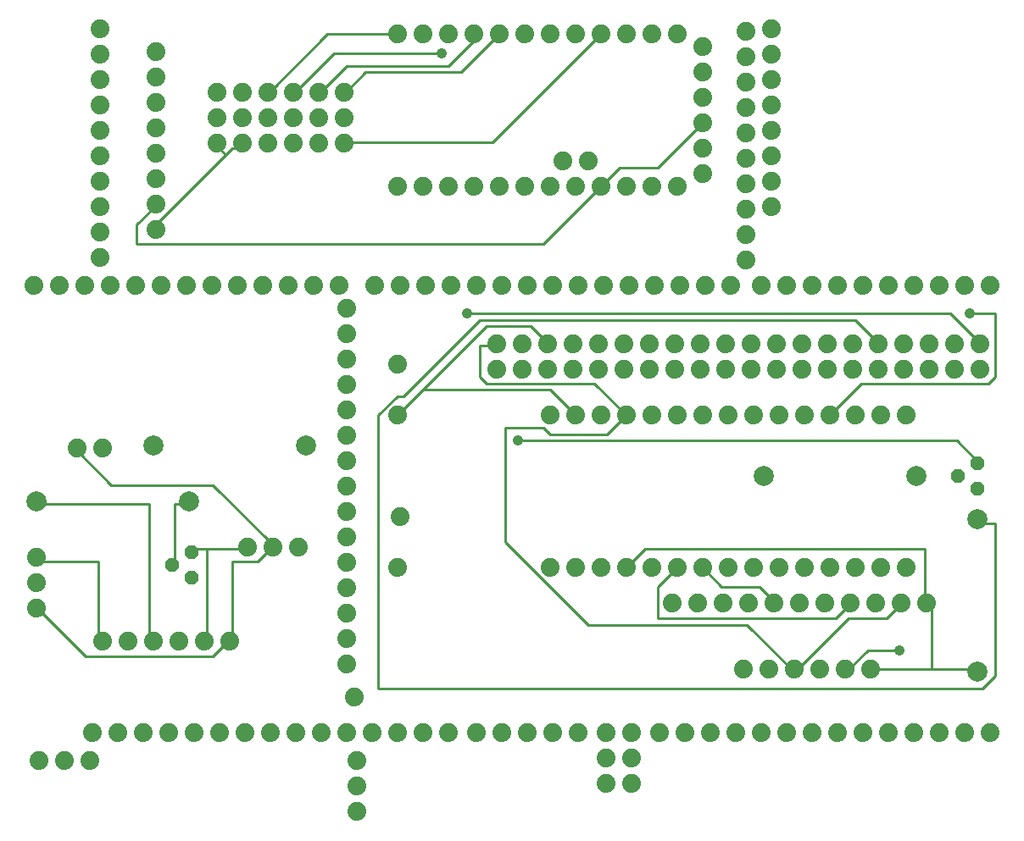
<source format=gbr>
G04 EAGLE Gerber RS-274X export*
G75*
%MOMM*%
%FSLAX34Y34*%
%LPD*%
%INBottom Copper*%
%IPPOS*%
%AMOC8*
5,1,8,0,0,1.08239X$1,22.5*%
G01*
%ADD10C,1.879600*%
%ADD11P,1.429621X8X112.500000*%
%ADD12C,2.000000*%
%ADD13C,0.254000*%
%ADD14C,1.066800*%


D10*
X358140Y561340D03*
X383540Y561340D03*
X408940Y561340D03*
X434340Y561340D03*
X459740Y561340D03*
X485140Y561340D03*
X510540Y561340D03*
X535940Y561340D03*
X561340Y561340D03*
X586740Y561340D03*
X612140Y561340D03*
X637540Y561340D03*
X662940Y561340D03*
X688340Y561340D03*
X713740Y561340D03*
X76200Y114300D03*
X101600Y114300D03*
X127000Y114300D03*
X152400Y114300D03*
X177800Y114300D03*
X203200Y114300D03*
X228600Y114300D03*
X254000Y114300D03*
X279400Y114300D03*
X304800Y114300D03*
X330200Y114300D03*
X355600Y114300D03*
X381000Y114300D03*
X406400Y114300D03*
X431800Y114300D03*
X589280Y63500D03*
X589280Y88900D03*
X589280Y114300D03*
X22860Y86360D03*
X48260Y86360D03*
X73660Y86360D03*
X271780Y561340D03*
X297180Y561340D03*
X322580Y561340D03*
X614680Y114300D03*
X614680Y88900D03*
X614680Y63500D03*
X510540Y114300D03*
X535940Y114300D03*
X561340Y114300D03*
X340360Y35560D03*
X340360Y60960D03*
X340360Y86360D03*
X485140Y114300D03*
X459740Y114300D03*
X330200Y182880D03*
X330200Y208280D03*
X330200Y233680D03*
X330200Y259080D03*
X330200Y284480D03*
X330200Y309880D03*
X330200Y335280D03*
X330200Y360680D03*
X330200Y386080D03*
X330200Y411480D03*
X330200Y436880D03*
X330200Y462280D03*
X330200Y487680D03*
X330200Y513080D03*
X330200Y538480D03*
X972820Y114300D03*
X947420Y114300D03*
X922020Y114300D03*
X896620Y114300D03*
X871220Y114300D03*
X845820Y114300D03*
X820420Y114300D03*
X795020Y114300D03*
X769620Y114300D03*
X744220Y114300D03*
X718820Y114300D03*
X693420Y114300D03*
X668020Y114300D03*
X642620Y114300D03*
X744220Y561340D03*
X769620Y561340D03*
X795020Y561340D03*
X820420Y561340D03*
X845820Y561340D03*
X871220Y561340D03*
X896620Y561340D03*
X922020Y561340D03*
X947420Y561340D03*
X972820Y561340D03*
X962660Y502920D03*
X937260Y502920D03*
X911860Y502920D03*
X886460Y502920D03*
X861060Y502920D03*
X835660Y502920D03*
X810260Y502920D03*
X784860Y502920D03*
X759460Y502920D03*
X734060Y502920D03*
X708660Y502920D03*
X683260Y502920D03*
X657860Y502920D03*
X632460Y502920D03*
X607060Y502920D03*
X581660Y502920D03*
X556260Y502920D03*
X530860Y502920D03*
X505460Y502920D03*
X480060Y502920D03*
X480060Y477520D03*
X505460Y477520D03*
X530860Y477520D03*
X556260Y477520D03*
X581660Y477520D03*
X607060Y477520D03*
X632460Y477520D03*
X657860Y477520D03*
X683260Y477520D03*
X708660Y477520D03*
X734060Y477520D03*
X759460Y477520D03*
X784860Y477520D03*
X810260Y477520D03*
X835660Y477520D03*
X861060Y477520D03*
X886460Y477520D03*
X911860Y477520D03*
X937260Y477520D03*
X962660Y477520D03*
X381000Y482600D03*
X381000Y431800D03*
X889000Y431800D03*
X863600Y431800D03*
X838200Y431800D03*
X812800Y431800D03*
X787400Y431800D03*
X762000Y431800D03*
X736600Y431800D03*
X711200Y431800D03*
X685800Y431800D03*
X660400Y431800D03*
X635000Y431800D03*
X609600Y431800D03*
X584200Y431800D03*
X558800Y431800D03*
X533400Y431800D03*
X533400Y279400D03*
X558800Y279400D03*
X584200Y279400D03*
X609600Y279400D03*
X635000Y279400D03*
X660400Y279400D03*
X685800Y279400D03*
X711200Y279400D03*
X736600Y279400D03*
X762000Y279400D03*
X787400Y279400D03*
X812800Y279400D03*
X838200Y279400D03*
X863600Y279400D03*
X889000Y279400D03*
X20320Y289560D03*
X20320Y264160D03*
X20320Y238760D03*
X86360Y398780D03*
X60960Y398780D03*
X281940Y299720D03*
X256540Y299720D03*
X231140Y299720D03*
X17780Y561340D03*
X43180Y561340D03*
X68580Y561340D03*
X93980Y561340D03*
X119380Y561340D03*
X144780Y561340D03*
X170180Y561340D03*
X195580Y561340D03*
X220980Y561340D03*
X246380Y561340D03*
X754380Y640080D03*
X754380Y665480D03*
X754380Y690880D03*
X754380Y716280D03*
X754380Y741680D03*
X754380Y767080D03*
X754380Y792480D03*
X754380Y817880D03*
X655320Y243840D03*
X680720Y243840D03*
X706120Y243840D03*
X731520Y243840D03*
X756920Y243840D03*
X782320Y243840D03*
X807720Y243840D03*
X833120Y243840D03*
X858520Y243840D03*
X883920Y243840D03*
X909320Y243840D03*
X383540Y330200D03*
X381000Y279400D03*
X726440Y177800D03*
X751840Y177800D03*
X777240Y177800D03*
X802640Y177800D03*
X828040Y177800D03*
X853440Y177800D03*
D11*
X960120Y383540D03*
X941070Y370840D03*
X960120Y358140D03*
D12*
X746760Y370840D03*
X899160Y370840D03*
X960120Y175260D03*
X960120Y327660D03*
D11*
X175260Y294640D03*
X156210Y281940D03*
X175260Y269240D03*
D12*
X20320Y345440D03*
X172720Y345440D03*
X289560Y401320D03*
X137160Y401320D03*
D10*
X337820Y149860D03*
X213360Y205740D03*
X187960Y205740D03*
X162560Y205740D03*
X137160Y205740D03*
X111760Y205740D03*
X86360Y205740D03*
X381000Y812800D03*
X406400Y812800D03*
X431800Y812800D03*
X457200Y812800D03*
X482600Y812800D03*
X508000Y812800D03*
X533400Y812800D03*
X558800Y812800D03*
X584200Y812800D03*
X609600Y812800D03*
X635000Y812800D03*
X660400Y812800D03*
X660400Y660400D03*
X635000Y660400D03*
X609600Y660400D03*
X584200Y660400D03*
X558800Y660400D03*
X533400Y660400D03*
X508000Y660400D03*
X482600Y660400D03*
X457200Y660400D03*
X431800Y660400D03*
X406400Y660400D03*
X381000Y660400D03*
X685800Y673100D03*
X685800Y698500D03*
X685800Y723900D03*
X685800Y749300D03*
X685800Y774700D03*
X685800Y800100D03*
X327660Y754380D03*
X327660Y728980D03*
X327660Y703580D03*
X546100Y685800D03*
X571500Y685800D03*
X302260Y754380D03*
X302260Y728980D03*
X302260Y703580D03*
X276860Y754380D03*
X276860Y728980D03*
X276860Y703580D03*
X251460Y754380D03*
X251460Y728980D03*
X251460Y703580D03*
X226060Y754380D03*
X226060Y728980D03*
X226060Y703580D03*
X200660Y754380D03*
X200660Y728980D03*
X200660Y703580D03*
X139700Y795020D03*
X139700Y769620D03*
X139700Y744220D03*
X139700Y718820D03*
X139700Y693420D03*
X139700Y668020D03*
X139700Y642620D03*
X139700Y617220D03*
X728980Y586740D03*
X728980Y612140D03*
X728980Y637540D03*
X728980Y662940D03*
X728980Y688340D03*
X728980Y713740D03*
X728980Y739140D03*
X728980Y764540D03*
X728980Y789940D03*
X728980Y815340D03*
X83820Y589280D03*
X83820Y614680D03*
X83820Y640080D03*
X83820Y665480D03*
X83820Y690880D03*
X83820Y716280D03*
X83820Y741680D03*
X83820Y767080D03*
X83820Y792480D03*
X83820Y817880D03*
D13*
X781050Y177800D02*
X831850Y228600D01*
X869950Y228600D01*
X882650Y241300D01*
X781050Y177800D02*
X777240Y177800D01*
X882650Y241300D02*
X883920Y243840D01*
X609600Y431800D02*
X577850Y463550D01*
X469900Y463550D01*
X463550Y469900D01*
X463550Y501650D01*
X476250Y501650D01*
X480060Y502920D01*
X730250Y222250D02*
X774700Y177800D01*
X730250Y222250D02*
X571500Y222250D01*
X488950Y304800D01*
X488950Y419100D01*
X527050Y419100D01*
X533400Y412750D01*
X590550Y412750D01*
X609600Y431800D01*
X774700Y177800D02*
X777240Y177800D01*
X958850Y387350D02*
X939800Y406400D01*
X501650Y406400D01*
X958850Y387350D02*
X960120Y383540D01*
D14*
X501650Y406400D03*
D13*
X914400Y241300D02*
X914400Y177800D01*
X958850Y177800D01*
X914400Y241300D02*
X909320Y243840D01*
X958850Y177800D02*
X960120Y175260D01*
X914400Y177800D02*
X853440Y177800D01*
X527050Y508000D02*
X514350Y520700D01*
X469900Y520700D01*
X406400Y457200D02*
X381000Y431800D01*
X406400Y457200D02*
X469900Y520700D01*
X527050Y508000D02*
X530860Y502920D01*
X533400Y457200D02*
X558800Y431800D01*
X533400Y457200D02*
X406400Y457200D01*
X908050Y298450D02*
X908050Y247650D01*
X908050Y298450D02*
X628650Y298450D01*
X609600Y279400D01*
X908050Y247650D02*
X909320Y243840D01*
X228600Y298450D02*
X190500Y298450D01*
X177800Y298450D01*
X175260Y294640D01*
X228600Y298450D02*
X231140Y299720D01*
X190500Y298450D02*
X190500Y209550D01*
X187960Y205740D01*
X69850Y190500D02*
X25400Y234950D01*
X69850Y190500D02*
X196850Y190500D01*
X209550Y203200D01*
X25400Y234950D02*
X20320Y238760D01*
X209550Y203200D02*
X213360Y205740D01*
X95250Y361950D02*
X63500Y393700D01*
X95250Y361950D02*
X196850Y361950D01*
X254000Y304800D01*
X63500Y393700D02*
X60960Y398780D01*
X254000Y304800D02*
X256540Y299720D01*
X215900Y285750D02*
X215900Y209550D01*
X215900Y285750D02*
X241300Y285750D01*
X254000Y298450D01*
X215900Y209550D02*
X213360Y205740D01*
X254000Y298450D02*
X256540Y299720D01*
X82550Y285750D02*
X82550Y209550D01*
X82550Y285750D02*
X25400Y285750D01*
X82550Y209550D02*
X86360Y205740D01*
X25400Y285750D02*
X20320Y289560D01*
X133350Y342900D02*
X133350Y209550D01*
X133350Y342900D02*
X25400Y342900D01*
X133350Y209550D02*
X137160Y205740D01*
X25400Y342900D02*
X20320Y345440D01*
X641350Y260350D02*
X660400Y279400D01*
X641350Y260350D02*
X641350Y228600D01*
X819150Y228600D01*
X831850Y241300D01*
X833120Y243840D01*
X850900Y196850D02*
X882650Y196850D01*
X850900Y196850D02*
X831850Y177800D01*
X828040Y177800D01*
D14*
X882650Y196850D03*
D13*
X958850Y508000D02*
X933450Y533400D01*
X450850Y533400D01*
X958850Y508000D02*
X962660Y502920D01*
D14*
X450850Y533400D03*
D13*
X742950Y260350D02*
X755650Y247650D01*
X742950Y260350D02*
X704850Y260350D01*
X685800Y279400D01*
X755650Y247650D02*
X756920Y243840D01*
X812800Y431800D02*
X844550Y463550D01*
X971550Y463550D01*
X977900Y469900D01*
X977900Y533400D01*
X952500Y533400D01*
D14*
X952500Y533400D03*
D13*
X857250Y508000D02*
X838200Y527050D01*
X463550Y527050D01*
X387350Y450850D01*
X381000Y450850D01*
X361950Y431800D01*
X361950Y158750D01*
X965200Y158750D01*
X977900Y171450D01*
X977900Y323850D01*
X965200Y323850D01*
X861060Y502920D02*
X857250Y508000D01*
X960120Y327660D02*
X965200Y323850D01*
X158750Y342900D02*
X158750Y285750D01*
X158750Y342900D02*
X171450Y342900D01*
X158750Y285750D02*
X156210Y281940D01*
X171450Y342900D02*
X172720Y345440D01*
X209550Y692150D02*
X215900Y698500D01*
X209550Y692150D02*
X139700Y622300D01*
X215900Y698500D02*
X222250Y698500D01*
X139700Y622300D02*
X139700Y617220D01*
X222250Y698500D02*
X226060Y703580D01*
X209550Y692150D02*
X203200Y698500D01*
X200660Y703580D01*
X476250Y704850D02*
X584200Y812800D01*
X476250Y704850D02*
X330200Y704850D01*
X327660Y703580D01*
X139700Y641350D02*
X120650Y622300D01*
X120650Y603250D01*
X527050Y603250D01*
X584200Y660400D01*
X139700Y642620D02*
X139700Y641350D01*
X641350Y679450D02*
X685800Y723900D01*
X641350Y679450D02*
X603250Y679450D01*
X584200Y660400D01*
X317500Y793750D02*
X279400Y755650D01*
X317500Y793750D02*
X425450Y793750D01*
X279400Y755650D02*
X276860Y754380D01*
D14*
X425450Y793750D03*
D13*
X349250Y774700D02*
X330200Y755650D01*
X349250Y774700D02*
X444500Y774700D01*
X482600Y812800D01*
X330200Y755650D02*
X327660Y754380D01*
X304800Y755650D02*
X330200Y781050D01*
X431800Y781050D01*
X457200Y806450D01*
X457200Y812800D01*
X304800Y755650D02*
X302260Y754380D01*
X254000Y755650D02*
X311150Y812800D01*
X381000Y812800D01*
X254000Y755650D02*
X251460Y754380D01*
M02*

</source>
